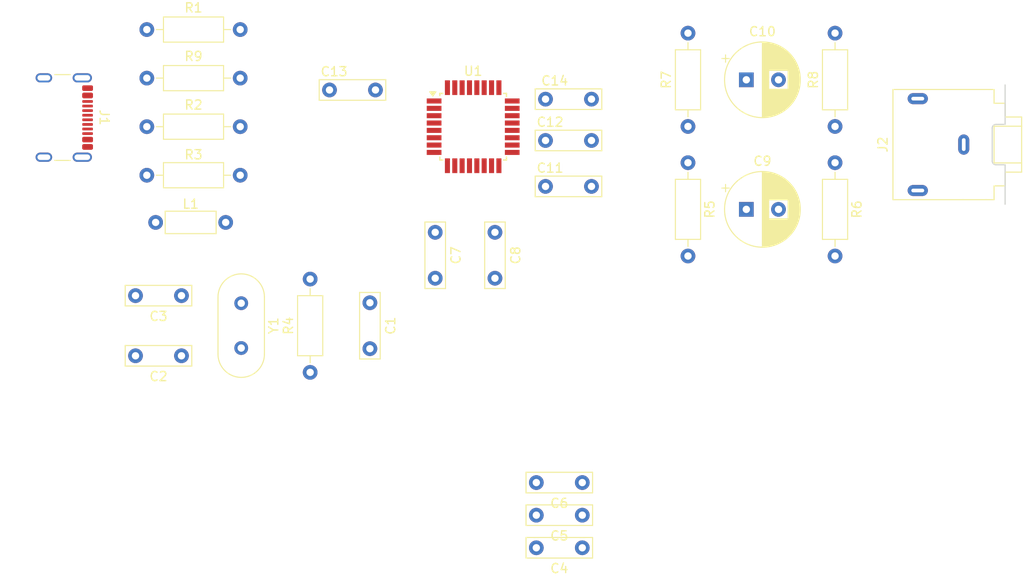
<source format=kicad_pcb>
(kicad_pcb (version 20240108) (generator "pcbnew") (generator_version "8.0")
  (layers (0 "F.Cu" signal) (31 "B.Cu" signal) (34 "B.Paste" user) (35 "F.Paste" user) (36 "B.SilkS" user "B.Silkscreen") (37 "F.SilkS" user "F.Silkscreen") (38 "B.Mask" user) (39 "F.Mask" user) (44 "Edge.Cuts" user))
  (net 0 "")
  (net 1 "GND")
  (net 2 "/Vdd")
  (net 3 "/XTO")
  (net 4 "/XTI")
  (net 5 "/FL")
  (net 6 "/FR")
  (net 7 "/VCOM1")
  (net 8 "/VCOM2")
  (net 9 "/VCCA")
  (net 10 "/VOUTL")
  (net 11 "Net-(C9-Pad2)")
  (net 12 "/VOUTR")
  (net 13 "Net-(C10-Pad2)")
  (net 14 "/VCCL")
  (net 15 "/VCCR")
  (net 16 "Net-(U1-VBUS)")
  (net 17 "/VCCP")
  (net 18 "Net-(J1-D--PadA7)")
  (net 19 "Net-(J1-CC1)")
  (net 20 "Net-(J1-D+-PadA6)")
  (net 21 "VBUS")
  (net 22 "/D-")
  (net 23 "/D+")
  (net 25 "Net-(U1-*SSPND)")
  (footprint "Resistor_THT:R_Axial_DIN0207_L6.3mm_D2.5mm_P10.16mm_Horizontal" (layer "F.Cu") (at 172.5 95.92 -90)
    (property "Reference" "R6" (at 5.08 -2.37 90) (layer "F.SilkS"))
    (property "Value" "3.3k")
    (pad "1" thru_hole circle (at 0 0 270) (size 1.6 1.6) (drill 0.8) (layers "*.Cu" "*.Mask") (net 11 "Net-(C9-Pad2)"))
    (pad "2" thru_hole oval (at 10.16 0 270) (size 1.6 1.6) (drill 0.8) (layers "*.Cu" "*.Mask") (net 1 "GND"))
  )
  (footprint "Resistor_THT:R_Axial_DIN0207_L6.3mm_D2.5mm_P10.16mm_Horizontal" (layer "F.Cu") (at 97.625 81.421625)
    (property "Reference" "R1" (at 5.08 -2.37 360) (layer "F.SilkS"))
    (property "Value" "30")
    (pad "1" thru_hole circle (at 0 0) (size 1.6 1.6) (drill 0.8) (layers "*.Cu" "*.Mask") (net 18 "Net-(J1-D--PadA7)"))
    (pad "2" thru_hole oval (at 10.16 0) (size 1.6 1.6) (drill 0.8) (layers "*.Cu" "*.Mask") (net 22 "/D-"))
  )
  (footprint "Connector_USB:USB_C_Receptacle_GCT_USB4105-xx-A_16P_TopMnt_Horizontal" (layer "F.Cu") (at 87.5 91 -90)
    (property "Reference" "J1" (at 0 -5.5 -90) (layer "F.SilkS"))
    (property "Value" "USB_C_Receptacle_USB2.0_14P")
    (pad "" np_thru_hole circle (at -2.89 -2.605 270) (size 0.65 0.65) (drill 0.65) (layers "F&B.Cu" "*.Mask"))
    (pad "" np_thru_hole circle (at 2.89 -2.605 270) (size 0.65 0.65) (drill 0.65) (layers "F&B.Cu" "*.Mask"))
    (pad "A1" smd roundrect (at -3.2 -3.68 270) (size 0.6 1.15) (layers "F.Cu" "F.Paste" "F.Mask") (net 1 "GND"))
    (pad "A4" smd roundrect (at -2.4 -3.68 270) (size 0.6 1.15) (layers "F.Cu" "F.Paste" "F.Mask") (net 21 "VBUS"))
    (pad "A5" smd roundrect (at -1.25 -3.68 270) (size 0.3 1.15) (layers "F.Cu" "F.Paste" "F.Mask") (net 19 "Net-(J1-CC1)"))
    (pad "A6" smd roundrect (at -0.25 -3.68 270) (size 0.3 1.15) (layers "F.Cu" "F.Paste" "F.Mask") (net 20 "Net-(J1-D+-PadA6)"))
    (pad "A7" smd roundrect (at 0.25 -3.68 270) (size 0.3 1.15) (layers "F.Cu" "F.Paste" "F.Mask") (net 18 "Net-(J1-D--PadA7)"))
    (pad "A8" smd roundrect (at 1.25 -3.68 270) (size 0.3 1.15) (layers "F.Cu" "F.Paste" "F.Mask"))
    (pad "A9" smd roundrect (at 2.4 -3.68 270) (size 0.6 1.15) (layers "F.Cu" "F.Paste" "F.Mask") (net 21 "VBUS"))
    (pad "A12" smd roundrect (at 3.2 -3.68 270) (size 0.6 1.15) (layers "F.Cu" "F.Paste" "F.Mask") (net 1 "GND"))
    (pad "B1" smd roundrect (at 3.2 -3.68 270) (size 0.6 1.15) (layers "F.Cu" "F.Paste" "F.Mask") (net 1 "GND"))
    (pad "B4" smd roundrect (at 2.4 -3.68 270) (size 0.6 1.15) (layers "F.Cu" "F.Paste" "F.Mask") (net 21 "VBUS"))
    (pad "B5" smd roundrect (at 1.75 -3.68 270) (size 0.3 1.15) (layers "F.Cu" "F.Paste" "F.Mask") (net 19 "Net-(J1-CC1)"))
    (pad "B6" smd roundrect (at 0.75 -3.68 270) (size 0.3 1.15) (layers "F.Cu" "F.Paste" "F.Mask") (net 20 "Net-(J1-D+-PadA6)"))
    (pad "B7" smd roundrect (at -0.75 -3.68 270) (size 0.3 1.15) (layers "F.Cu" "F.Paste" "F.Mask") (net 18 "Net-(J1-D--PadA7)"))
    (pad "B8" smd roundrect (at -1.75 -3.68 270) (size 0.3 1.15) (layers "F.Cu" "F.Paste" "F.Mask"))
    (pad "B9" smd roundrect (at -2.4 -3.68 270) (size 0.6 1.15) (layers "F.Cu" "F.Paste" "F.Mask") (net 21 "VBUS"))
    (pad "B12" smd roundrect (at -3.2 -3.68 270) (size 0.6 1.15) (layers "F.Cu" "F.Paste" "F.Mask") (net 1 "GND"))
    (pad "S1" thru_hole oval (at -4.32 -3.105 270) (size 1 2.1) (drill oval 0.6 1.7) (layers "*.Cu" "*.Mask" "F.Paste") (net 1 "GND"))
    (pad "S1" thru_hole oval (at -4.32 1.075 270) (size 1 1.8) (drill oval 0.6 1.4) (layers "*.Cu" "*.Mask" "F.Paste") (net 1 "GND"))
    (pad "S1" thru_hole oval (at 4.32 -3.105 270) (size 1 2.1) (drill oval 0.6 1.7) (layers "*.Cu" "*.Mask" "F.Paste") (net 1 "GND"))
    (pad "S1" thru_hole oval (at 4.32 1.075 270) (size 1 1.8) (drill oval 0.6 1.4) (layers "*.Cu" "*.Mask" "F.Paste") (net 1 "GND"))
  )
  (footprint "Capacitor_THT:C_Rect_L7.0mm_W2.0mm_P5.00mm" (layer "F.Cu") (at 145 137.85 180)
    (property "Reference" "C4" (at 2.5 -2.25 360) (layer "F.SilkS"))
    (property "Value" "100pF")
    (pad "1" thru_hole circle (at 0 0 180) (size 1.6 1.6) (drill 0.8) (layers "*.Cu" "*.Mask") (net 5 "/FL"))
    (pad "2" thru_hole circle (at 5 0 180) (size 1.6 1.6) (drill 0.8) (layers "*.Cu" "*.Mask") (net 1 "GND"))
  )
  (footprint "Resistor_THT:R_Axial_DIN0207_L6.3mm_D2.5mm_P10.16mm_Horizontal" (layer "F.Cu") (at 97.625 91.996625)
    (property "Reference" "R2" (at 5.08 -2.37 360) (layer "F.SilkS"))
    (property "Value" "30")
    (pad "1" thru_hole circle (at 0 0) (size 1.6 1.6) (drill 0.8) (layers "*.Cu" "*.Mask") (net 20 "Net-(J1-D+-PadA6)"))
    (pad "2" thru_hole oval (at 10.16 0) (size 1.6 1.6) (drill 0.8) (layers "*.Cu" "*.Mask") (net 23 "/D+"))
  )
  (footprint "Connector_Audio:Jack_3.5mm_CUI_SJ1-3523N_Horizontal" (layer "F.Cu") (at 186.5 93.945812 90)
    (property "Reference" "J2" (at 0 -8.8 90) (layer "F.SilkS"))
    (property "Value" "AudioJack3")
    (fp_line (start 1.8 3.1) (end -1.8 3.1) (stroke (width 0.12)) (layer "Edge.Cuts"))
    (fp_line (start 2.2 3.5) (end 2.2 4.5) (stroke (width 0.12)) (layer "Edge.Cuts"))
    (fp_line (start -2.2 3.5) (end -2.2 4.5) (stroke (width 0.12)) (layer "Edge.Cuts"))
    (fp_line (start 2.2 4.5) (end 6.5 4.5) (stroke (width 0.12)) (layer "Edge.Cuts"))
    (fp_line (start -2.2 4.5) (end -6.5 4.5) (stroke (width 0.12)) (layer "Edge.Cuts"))
    (fp_arc (start 1.8 3.1) (mid 2.082843 3.217157) (end 2.2 3.5) (stroke (width 0.12)) (layer "Edge.Cuts"))
    (fp_arc (start -2.2 3.5) (mid -2.082842 3.217158) (end -1.8 3.1) (stroke (width 0.12)) (layer "Edge.Cuts"))
    (pad "" np_thru_hole circle (at -5 0 90) (size 1.2 1.2) (drill 1.2) (layers "F&B.Cu" "*.Mask"))
    (pad "" np_thru_hole circle (at -5 2.5 90) (size 1.2 1.2) (drill 1.2) (layers "F&B.Cu" "*.Mask"))
    (pad "" np_thru_hole circle (at 0 -5 90) (size 1.2 1.2) (drill 1.2) (layers "F&B.Cu" "*.Mask"))
    (pad "" np_thru_hole circle (at 5 0 90) (size 1.2 1.2) (drill 1.2) (layers "F&B.Cu" "*.Mask"))
    (pad "" np_thru_hole circle (at 5 2.5 90) (size 1.2 1.2) (drill 1.2) (layers "F&B.Cu" "*.Mask"))
    (pad "R" thru_hole oval (at -5 -5 90) (size 1.2 2.2) (drill oval 0.4 1.4) (layers "*.Cu" "*.Mask") (net 13 "Net-(C10-Pad2)"))
    (pad "S" thru_hole oval (at 0 0 90) (size 2.2 1.2) (drill oval 1.4 0.4) (layers "*.Cu" "*.Mask") (net 1 "GND"))
    (pad "T" thru_hole oval (at 5 -5 270) (size 1.2 2.2) (drill oval 0.4 1.4) (layers "*.Cu" "*.Mask") (net 11 "Net-(C9-Pad2)"))
  )
  (footprint "Capacitor_THT:C_Rect_L7.0mm_W2.0mm_P5.00mm" (layer "F.Cu") (at 145 134.3 180)
    (property "Reference" "C5" (at 2.5 -2.25 360) (layer "F.SilkS"))
    (property "Value" "100pF")
    (pad "1" thru_hole circle (at 0 0 180) (size 1.6 1.6) (drill 0.8) (layers "*.Cu" "*.Mask") (net 6 "/FR"))
    (pad "2" thru_hole circle (at 5 0 180) (size 1.6 1.6) (drill 0.8) (layers "*.Cu" "*.Mask") (net 1 "GND"))
  )
  (footprint "Resistor_THT:R_Axial_DIN0207_L6.3mm_D2.5mm_P10.16mm_Horizontal" (layer "F.Cu") (at 115.395 118.75 90)
    (property "Reference" "R4" (at 5.08 -2.37 90) (layer "F.SilkS"))
    (property "Value" "1M")
    (pad "1" thru_hole circle (at 0 0 90) (size 1.6 1.6) (drill 0.8) (layers "*.Cu" "*.Mask") (net 3 "/XTO"))
    (pad "2" thru_hole oval (at 10.16 0 90) (size 1.6 1.6) (drill 0.8) (layers "*.Cu" "*.Mask") (net 4 "/XTI"))
  )
  (footprint "Capacitor_THT:C_Rect_L7.0mm_W2.0mm_P5.00mm" (layer "F.Cu") (at 101.395 110.395 180)
    (property "Reference" "C3" (at 2.5 -2.25 360) (layer "F.SilkS"))
    (property "Value" "30pF")
    (pad "1" thru_hole circle (at 0 0 180) (size 1.6 1.6) (drill 0.8) (layers "*.Cu" "*.Mask") (net 4 "/XTI"))
    (pad "2" thru_hole circle (at 5 0 180) (size 1.6 1.6) (drill 0.8) (layers "*.Cu" "*.Mask") (net 1 "GND"))
  )
  (footprint "Capacitor_THT:C_Rect_L7.0mm_W2.0mm_P5.00mm" (layer "F.Cu") (at 121.895 111.17 -90)
    (property "Reference" "C1" (at 2.5 -2.25 90) (layer "F.SilkS"))
    (property "Value" "1uF")
    (pad "1" thru_hole circle (at 0 0 270) (size 1.6 1.6) (drill 0.8) (layers "*.Cu" "*.Mask") (net 2 "/Vdd"))
    (pad "2" thru_hole circle (at 5 0 270) (size 1.6 1.6) (drill 0.8) (layers "*.Cu" "*.Mask") (net 1 "GND"))
  )
  (footprint "Capacitor_THT:C_Rect_L7.0mm_W2.0mm_P5.00mm" (layer "F.Cu") (at 129 103.5 -90)
    (property "Reference" "C7" (at 2.5 -2.25 90) (layer "F.SilkS"))
    (property "Value" "0.1uF")
    (pad "1" thru_hole circle (at 0 0 270) (size 1.6 1.6) (drill 0.8) (layers "*.Cu" "*.Mask") (net 8 "/VCOM2"))
    (pad "2" thru_hole circle (at 5 0 270) (size 1.6 1.6) (drill 0.8) (layers "*.Cu" "*.Mask") (net 1 "GND"))
  )
  (footprint "Capacitor_THT:C_Rect_L7.0mm_W2.0mm_P5.00mm" (layer "F.Cu") (at 141 93.5)
    (property "Reference" "C12" (at 0.5 -2 360) (layer "F.SilkS"))
    (property "Value" "1uF")
    (pad "1" thru_hole circle (at 0 0) (size 1.6 1.6) (drill 0.8) (layers "*.Cu" "*.Mask") (net 15 "/VCCR"))
    (pad "2" thru_hole circle (at 5 0) (size 1.6 1.6) (drill 0.8) (layers "*.Cu" "*.Mask") (net 1 "GND"))
  )
  (footprint "Inductor_THT:L_Axial_L5.3mm_D2.2mm_P7.62mm_Horizontal_Vishay_IM-1" (layer "F.Cu") (at 98.585 102.421625)
    (property "Reference" "L1" (at 3.81 -2 360) (layer "F.SilkS"))
    (property "Value" "1uH")
    (pad "1" thru_hole circle (at 0 0) (size 1.6 1.6) (drill 0.8) (layers "*.Cu" "*.Mask") (net 21 "VBUS"))
    (pad "2" thru_hole oval (at 7.62 0) (size 1.6 1.6) (drill 0.8) (layers "*.Cu" "*.Mask") (net 16 "Net-(U1-VBUS)"))
  )
  (footprint "Resistor_THT:R_Axial_DIN0207_L6.3mm_D2.5mm_P10.16mm_Horizontal" (layer "F.Cu") (at 156.5 91.971625 90)
    (property "Reference" "R7" (at 5.08 -2.37 90) (layer "F.SilkS"))
    (property "Value" "3.3k")
    (pad "1" thru_hole circle (at 0 0 90) (size 1.6 1.6) (drill 0.8) (layers "*.Cu" "*.Mask") (net 12 "/VOUTR"))
    (pad "2" thru_hole oval (at 10.16 0 90) (size 1.6 1.6) (drill 0.8) (layers "*.Cu" "*.Mask") (net 1 "GND"))
  )
  (footprint "Resistor_THT:R_Axial_DIN0207_L6.3mm_D2.5mm_P10.16mm_Horizontal" (layer "F.Cu") (at 172.5 91.971625 90)
    (property "Reference" "R8" (at 5.08 -2.37 90) (layer "F.SilkS"))
    (property "Value" "3.3k")
    (pad "1" thru_hole circle (at 0 0 90) (size 1.6 1.6) (drill 0.8) (layers "*.Cu" "*.Mask") (net 13 "Net-(C10-Pad2)"))
    (pad "2" thru_hole oval (at 10.16 0 90) (size 1.6 1.6) (drill 0.8) (layers "*.Cu" "*.Mask") (net 1 "GND"))
  )
  (footprint "Crystal:Crystal_HC49-U_Vertical" (layer "F.Cu") (at 107.895 111.22 -90)
    (property "Reference" "Y1" (at 2.44 -3.525 90) (layer "F.SilkS"))
    (property "Value" "6 MHz")
    (pad "1" thru_hole circle (at 0 0 270) (size 1.5 1.5) (drill 0.8) (layers "*.Cu" "*.Mask") (net 4 "/XTI"))
    (pad "2" thru_hole circle (at 4.88 0 270) (size 1.5 1.5) (drill 0.8) (layers "*.Cu" "*.Mask") (net 3 "/XTO"))
  )
  (footprint "Capacitor_THT:C_Rect_L7.0mm_W2.0mm_P5.00mm" (layer "F.Cu") (at 135.5 103.5 -90)
    (property "Reference" "C8" (at 2.5 -2.25 90) (layer "F.SilkS"))
    (property "Value" "1uF")
    (pad "1" thru_hole circle (at 0 0 270) (size 1.6 1.6) (drill 0.8) (layers "*.Cu" "*.Mask") (net 9 "/VCCA"))
    (pad "2" thru_hole circle (at 5 0 270) (size 1.6 1.6) (drill 0.8) (layers "*.Cu" "*.Mask") (net 1 "GND"))
  )
  (footprint "Capacitor_THT:C_Rect_L7.0mm_W2.0mm_P5.00mm" (layer "F.Cu") (at 145 130.75 180)
    (property "Reference" "C6" (at 2.5 -2.25 360) (layer "F.SilkS"))
    (property "Value" "3.3uF")
    (pad "1" thru_hole circle (at 0 0 180) (size 1.6 1.6) (drill 0.8) (layers "*.Cu" "*.Mask") (net 7 "/VCOM1"))
    (pad "2" thru_hole circle (at 5 0 180) (size 1.6 1.6) (drill 0.8) (layers "*.Cu" "*.Mask") (net 1 "GND"))
  )
  (footprint "Capacitor_THT:CP_Radial_D8.0mm_P3.50mm" (layer "F.Cu") (at 162.847349 101)
    (property "Reference" "C9" (at 1.75 -5.25 360) (layer "F.SilkS"))
    (property "Value" "820uF")
    (pad "1" thru_hole rect (at 0 0) (size 1.6 1.6) (drill 0.8) (layers "*.Cu" "*.Mask") (net 10 "/VOUTL"))
    (pad "2" thru_hole circle (at 3.5 0) (size 1.6 1.6) (drill 0.8) (layers "*.Cu" "*.Mask") (net 11 "Net-(C9-Pad2)"))
  )
  (footprint "Capacitor_THT:C_Rect_L7.0mm_W2.0mm_P5.00mm" (layer "F.Cu") (at 122.5 88 180)
    (property "Reference" "C13" (at 4.5 2 360) (layer "F.SilkS"))
    (property "Value" "1uF")
    (pad "1" thru_hole circle (at 0 0 180) (size 1.6 1.6) (drill 0.8) (layers "*.Cu" "*.Mask") (net 16 "Net-(U1-VBUS)"))
    (pad "2" thru_hole circle (at 5 0 180) (size 1.6 1.6) (drill 0.8) (layers "*.Cu" "*.Mask") (net 1 "GND"))
  )
  (footprint "Resistor_THT:R_Axial_DIN0207_L6.3mm_D2.5mm_P10.16mm_Horizontal" (layer "F.Cu") (at 156.5 95.92 -90)
    (property "Reference" "R5" (at 5.08 -2.37 90) (layer "F.SilkS"))
    (property "Value" "3.3k")
    (pad "1" thru_hole circle (at 0 0 270) (size 1.6 1.6) (drill 0.8) (layers "*.Cu" "*.Mask") (net 10 "/VOUTL"))
    (pad "2" thru_hole oval (at 10.16 0 270) (size 1.6 1.6) (drill 0.8) (layers "*.Cu" "*.Mask") (net 1 "GND"))
  )
  (footprint "Capacitor_THT:CP_Radial_D8.0mm_P3.50mm" (layer "F.Cu") (at 162.847349 86.891625)
    (property "Reference" "C10" (at 1.75 -5.25 360) (layer "F.SilkS"))
    (property "Value" "820uF")
    (pad "1" thru_hole rect (at 0 0) (size 1.6 1.6) (drill 0.8) (layers "*.Cu" "*.Mask") (net 12 "/VOUTR"))
    (pad "2" thru_hole circle (at 3.5 0) (size 1.6 1.6) (drill 0.8) (layers "*.Cu" "*.Mask") (net 13 "Net-(C10-Pad2)"))
  )
  (footprint "Capacitor_THT:C_Rect_L7.0mm_W2.0mm_P5.00mm" (layer "F.Cu") (at 141 89)
    (property "Reference" "C14" (at 1 -2 360) (layer "F.SilkS"))
    (property "Value" "1uF")
    (pad "1" thru_hole circle (at 0 0) (size 1.6 1.6) (drill 0.8) (layers "*.Cu" "*.Mask") (net 17 "/VCCP"))
    (pad "2" thru_hole circle (at 5 0) (size 1.6 1.6) (drill 0.8) (layers "*.Cu" "*.Mask") (net 1 "GND"))
  )
  (footprint "Package_QFP:TQFP-32_7x7mm_P0.8mm" (layer "F.Cu") (at 133.128375 92)
    (property "Reference" "U1" (at 0 -6.05 360) (layer "F.SilkS"))
    (property "Value" "PCM2912APJTR")
    (pad "1" smd rect (at -4.25 -2.8) (size 1.6 0.55) (layers "F.Cu" "F.Paste" "F.Mask") (net 1 "GND"))
    (pad "2" smd rect (at -4.25 -2) (size 1.6 0.55) (layers "F.Cu" "F.Paste" "F.Mask") (net 16 "Net-(U1-VBUS)"))
    (pad "3" smd rect (at -4.25 -1.2) (size 1.6 0.55) (layers "F.Cu" "F.Paste" "F.Mask") (net 22 "/D-"))
    (pad "4" smd rect (at -4.25 -0.4) (size 1.6 0.55) (layers "F.Cu" "F.Paste" "F.Mask") (net 23 "/D+"))
    (pad "5" smd rect (at -4.25 0.4) (size 1.6 0.55) (layers "F.Cu" "F.Paste" "F.Mask") (net 2 "/Vdd"))
    (pad "6" smd rect (at -4.25 1.2) (size 1.6 0.55) (layers "F.Cu" "F.Paste" "F.Mask") (net 1 "GND"))
    (pad "7" smd rect (at -4.25 2) (size 1.6 0.55) (layers "F.Cu" "F.Paste" "F.Mask") (net 3 "/XTO"))
    (pad "8" smd rect (at -4.25 2.8) (size 1.6 0.55) (layers "F.Cu" "F.Paste" "F.Mask") (net 4 "/XTI"))
    (pad "9" smd rect (at -2.8 4.25 90) (size 1.6 0.55) (layers "F.Cu" "F.Paste" "F.Mask") (net 5 "/FL"))
    (pad "10" smd rect (at -2 4.25 90) (size 1.6 0.55) (layers "F.Cu" "F.Paste" "F.Mask") (net 6 "/FR"))
    (pad "11" smd rect (at -1.2 4.25 90) (size 1.6 0.55) (layers "F.Cu" "F.Paste" "F.Mask") (net 7 "/VCOM1"))
    (pad "12" smd rect (at -0.4 4.25 90) (size 1.6 0.55) (layers "F.Cu" "F.Paste" "F.Mask") (net 8 "/VCOM2"))
    (pad "13" smd rect (at 0.4 4.25 90) (size 1.6 0.55) (layers "F.Cu" "F.Paste" "F.Mask") (net 1 "GND"))
    (pad "14" smd rect (at 1.2 4.25 90) (size 1.6 0.55) (layers "F.Cu" "F.Paste" "F.Mask"))
    (pad "15" smd rect (at 2 4.25 90) (size 1.6 0.55) (layers "F.Cu" "F.Paste" "F.Mask") (net 9 "/VCCA"))
    (pad "16" smd rect (at 2.8 4.25 90) (size 1.6 0.55) (layers "F.Cu" "F.Paste" "F.Mask") (net 1 "GND"))
    (pad "17" smd rect (at 4.25 2.8) (size 1.6 0.55) (layers "F.Cu" "F.Paste" "F.Mask"))
    (pad "18" smd rect (at 4.25 2) (size 1.6 0.55) (layers "F.Cu" "F.Paste" "F.Mask") (net 10 "/VOUTL"))
    (pad "19" smd rect (at 4.25 1.2) (size 1.6 0.55) (layers "F.Cu" "F.Paste" "F.Mask") (net 14 "/VCCL"))
    (pad "20" smd rect (at 4.25 0.4) (size 1.6 0.55) (layers "F.Cu" "F.Paste" "F.Mask") (net 1 "GND"))
    (pad "21" smd rect (at 4.25 -0.4) (size 1.6 0.55) (layers "F.Cu" "F.Paste" "F.Mask") (net 15 "/VCCR"))
    (pad "22" smd rect (at 4.25 -1.2) (size 1.6 0.55) (layers "F.Cu" "F.Paste" "F.Mask") (net 12 "/VOUTR"))
    (pad "23" smd rect (at 4.25 -2) (size 1.6 0.55) (layers "F.Cu" "F.Paste" "F.Mask") (net 17 "/VCCP"))
    (pad "24" smd rect (at 4.25 -2.8) (size 1.6 0.55) (layers "F.Cu" "F.Paste" "F.Mask") (net 17 "/VCCP"))
    (pad "25" smd rect (at 2.8 -4.25 90) (size 1.6 0.55) (layers "F.Cu" "F.Paste" "F.Mask") (net 1 "GND"))
    (pad "26" smd rect (at 2 -4.25 90) (size 1.6 0.55) (layers "F.Cu" "F.Paste" "F.Mask") (net 17 "/VCCP"))
    (pad "27" smd rect (at 1.2 -4.25 90) (size 1.6 0.55) (layers "F.Cu" "F.Paste" "F.Mask") (net 17 "/VCCP"))
    (pad "28" smd rect (at 0.4 -4.25 90) (size 1.6 0.55) (layers "F.Cu" "F.Paste" "F.Mask") (net 1 "GND"))
    (pad "29" smd rect (at -0.4 -4.25 90) (size 1.6 0.55) (layers "F.Cu" "F.Paste" "F.Mask") (net 25 "Net-(U1-*SSPND)"))
    (pad "30" smd rect (at -1.2 -4.25 90) (size 1.6 0.55) (layers "F.Cu" "F.Paste" "F.Mask") (net 25 "Net-(U1-*SSPND)"))
    (pad "31" smd rect (at -2 -4.25 90) (size 1.6 0.55) (layers "F.Cu" "F.Paste" "F.Mask"))
    (pad "32" smd rect (at -2.8 -4.25 90) (size 1.6 0.55) (layers "F.Cu" "F.Paste" "F.Mask"))
  )
  (footprint "Resistor_THT:R_Axial_DIN0207_L6.3mm_D2.5mm_P10.16mm_Horizontal" (layer "F.Cu") (at 97.625 97.284125)
    (property "Reference" "R3" (at 5.08 -2.2375 360) (layer "F.SilkS"))
    (property "Value" "1.5k")
    (pad "1" thru_hole circle (at 0 0) (size 1.6 1.6) (drill 0.8) (layers "*.Cu" "*.Mask") (net 20 "Net-(J1-D+-PadA6)"))
    (pad "2" thru_hole oval (at 10.16 0) (size 1.6 1.6) (drill 0.8) (layers "*.Cu" "*.Mask") (net 2 "/Vdd"))
  )
  (footprint "Capacitor_THT:C_Rect_L7.0mm_W2.0mm_P5.00mm" (layer "F.Cu") (at 101.395 116.945 180)
    (property "Reference" "C2" (at 2.5 -2.25 360) (layer "F.SilkS"))
    (property "Value" "30pF")
    (pad "1" thru_hole circle (at 0 0 180) (size 1.6 1.6) (drill 0.8) (layers "*.Cu" "*.Mask") (net 3 "/XTO"))
    (pad "2" thru_hole circle (at 5 0 180) (size 1.6 1.6) (drill 0.8) (layers "*.Cu" "*.Mask") (net 1 "GND"))
  )
  (footprint "Capacitor_THT:C_Rect_L7.0mm_W2.0mm_P5.00mm" (layer "F.Cu") (at 141 98.5)
    (property "Reference" "C11" (at 0.5 -2 360) (layer "F.SilkS"))
    (property "Value" "1uF")
    (pad "1" thru_hole circle (at 0 0) (size 1.6 1.6) (drill 0.8) (layers "*.Cu" "*.Mask") (net 14 "/VCCL"))
    (pad "2" thru_hole circle (at 5 0) (size 1.6 1.6) (drill 0.8) (layers "*.Cu" "*.Mask") (net 1 "GND"))
  )
  (footprint "Resistor_THT:R_Axial_DIN0207_L6.3mm_D2.5mm_P10.16mm_Horizontal" (layer "F.Cu") (at 97.625 86.709125)
    (property "Reference" "R9" (at 5.08 -2.37 360) (layer "F.SilkS"))
    (property "Value" "5.1k")
    (pad "1" thru_hole circle (at 0 0) (size 1.6 1.6) (drill 0.8) (layers "*.Cu" "*.Mask") (net 19 "Net-(J1-CC1)"))
    (pad "2" thru_hole oval (at 10.16 0) (size 1.6 1.6) (drill 0.8) (layers "*.Cu" "*.Mask") (net 1 "GND"))
  )
)
</source>
